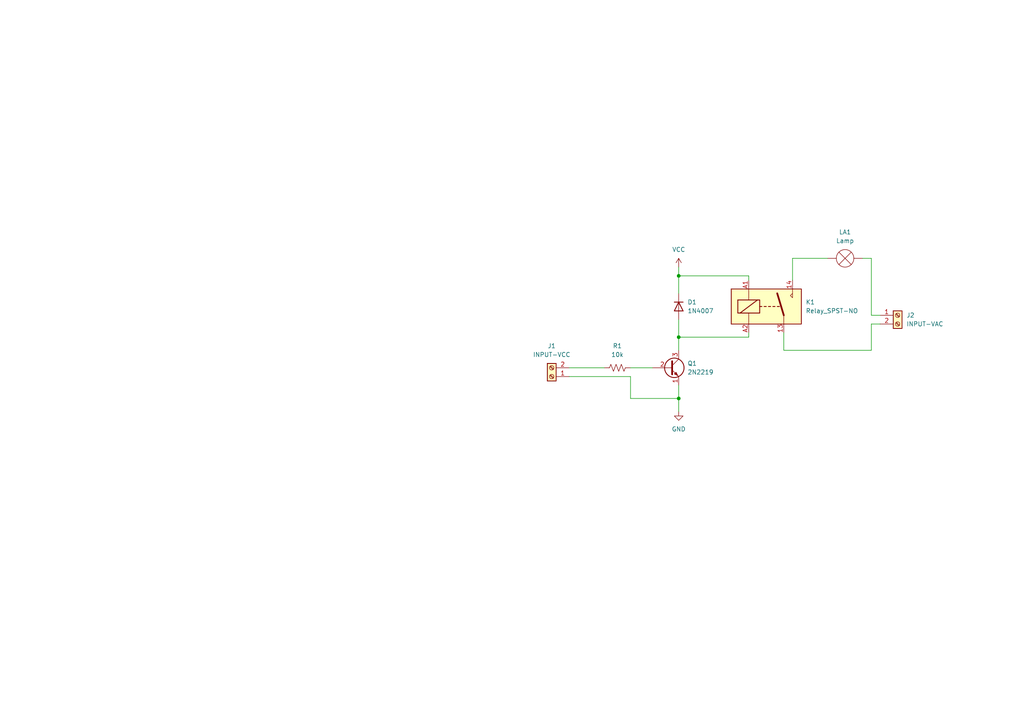
<source format=kicad_sch>
(kicad_sch (version 20231120) (generator "eeschema") (generator_version "8.0")
  (paper "A4")
  (lib_symbols
    (symbol "Connector:Screw_Terminal_01x02" (pin_names (offset 1.016) hide)
      (property "Reference" "J" (at 0 2.54 0))
      (property "Value" "Screw_Terminal_01x02" (at 0 -5.08 0))
      (symbol "Screw_Terminal_01x02_1_1"
        (rectangle (start -1.27 1.27) (end 1.27 -3.81) (stroke (width 0.254)) (fill (type background)))
        (circle (center 0 -2.54) (radius 0.635) (stroke (width 0.1524)))
        (polyline (pts (xy -0.5334 -2.2098) (xy 0.3302 -3.048)) (stroke (width 0.1524)))
        (polyline (pts (xy -0.5334 0.3302) (xy 0.3302 -0.508)) (stroke (width 0.1524)))
        (polyline (pts (xy -0.3556 -2.032) (xy 0.508 -2.8702)) (stroke (width 0.1524)))
        (polyline (pts (xy -0.3556 0.508) (xy 0.508 -0.3302)) (stroke (width 0.1524)))
        (circle (center 0 0) (radius 0.635) (stroke (width 0.1524)))
        (pin passive line (at -5.08 0 0) (length 3.81) (name "Pin_1") (number "1"))
        (pin passive line (at -5.08 -2.54 0) (length 3.81) (name "Pin_2") (number "2"))
      )
    )
    (symbol "Device:Lamp" (pin_numbers hide) (pin_names (offset 0.0254) hide)
      (property "Reference" "LA" (at 0.635 3.81 0))
      (property "Value" "Lamp" (at 0.635 -3.81 0))
      (symbol "Lamp_0_1"
        (polyline (pts (xy -1.778 1.778) (xy 1.778 -1.778)))
        (polyline (pts (xy 1.778 1.778) (xy -1.778 -1.778)))
        (circle (center 0 0) (radius 2.54))
      )
      (symbol "Lamp_1_1"
        (pin passive line (at 0 -5.08 90) (length 2.54) (name "-") (number "1"))
        (pin passive line (at 0 5.08 270) (length 2.54) (name "+") (number "2"))
      )
    )
    (symbol "Device:R_US" (pin_numbers hide) (pin_names (offset 0))
      (property "Reference" "R" (at 2.54 0 90))
      (property "Value" "R_US" (at -2.54 0 90))
      (symbol "R_US_0_1"
        (polyline (pts (xy 0 -2.286) (xy 0 -2.54)))
        (polyline (pts (xy 0 2.286) (xy 0 2.54)))
        (polyline (pts (xy 0 -0.762) (xy 1.016 -1.143) (xy 0 -1.524) (xy -1.016 -1.905) (xy 0 -2.286)))
        (polyline (pts (xy 0 0.762) (xy 1.016 0.381) (xy 0 0) (xy -1.016 -0.381) (xy 0 -0.762)))
        (polyline (pts (xy 0 2.286) (xy 1.016 1.905) (xy 0 1.524) (xy -1.016 1.143) (xy 0 0.762)))
      )
      (symbol "R_US_1_1"
        (pin passive line (at 0 3.81 270) (length 1.27) (name "~") (number "1"))
        (pin passive line (at 0 -3.81 90) (length 1.27) (name "~") (number "2"))
      )
    )
    (symbol "Diode:1N4007" (pin_numbers hide) (pin_names hide)
      (property "Reference" "D" (at 0 2.54 0))
      (property "Value" "1N4007" (at 0 -2.54 0))
      (symbol "1N4007_0_1"
        (polyline (pts (xy -1.27 1.27) (xy -1.27 -1.27)) (stroke (width 0.254)))
        (polyline (pts (xy 1.27 0) (xy -1.27 0)))
        (polyline (pts (xy 1.27 1.27) (xy 1.27 -1.27) (xy -1.27 0) (xy 1.27 1.27)) (stroke (width 0.254)))
      )
      (symbol "1N4007_1_1"
        (pin passive line (at -3.81 0 0) (length 2.54) (name "K") (number "1"))
        (pin passive line (at 3.81 0 180) (length 2.54) (name "A") (number "2"))
      )
    )
    (symbol "Relay:Relay_SPST-NO"
      (property "Reference" "K" (at 11.43 3.81 0))
      (property "Value" "Relay_SPST-NO" (at 11.43 1.27 0))
      (symbol "Relay_SPST-NO_0_0"
        (polyline (pts (xy 7.62 5.08) (xy 7.62 2.54) (xy 6.985 3.175) (xy 7.62 3.81)))
      )
      (symbol "Relay_SPST-NO_0_1"
        (rectangle (start -10.16 5.08) (end 10.16 -5.08) (stroke (width 0.254)) (fill (type background)))
        (rectangle (start -8.255 1.905) (end -1.905 -1.905) (stroke (width 0.254)))
        (polyline (pts (xy -7.62 -1.905) (xy -2.54 1.905)) (stroke (width 0.254)))
        (polyline (pts (xy -5.08 -5.08) (xy -5.08 -1.905)))
        (polyline (pts (xy -5.08 5.08) (xy -5.08 1.905)))
        (polyline (pts (xy -1.905 0) (xy -1.27 0)) (stroke (width 0.254)))
        (polyline (pts (xy -0.635 0) (xy 0 0)) (stroke (width 0.254)))
        (polyline (pts (xy 0.635 0) (xy 1.27 0)) (stroke (width 0.254)))
        (polyline (pts (xy 1.905 0) (xy 2.54 0)) (stroke (width 0.254)))
        (polyline (pts (xy 3.175 0) (xy 3.81 0)) (stroke (width 0.254)))
        (polyline (pts (xy 5.08 -2.54) (xy 3.175 3.81)) (stroke (width 0.508)))
        (polyline (pts (xy 5.08 -2.54) (xy 5.08 -5.08)))
      )
      (symbol "Relay_SPST-NO_1_1"
        (pin passive line (at 5.08 -7.62 90) (length 2.54) (name "~") (number "13"))
        (pin passive line (at 7.62 7.62 270) (length 2.54) (name "~") (number "14"))
        (pin passive line (at -5.08 7.62 270) (length 2.54) (name "~") (number "A1"))
        (pin passive line (at -5.08 -7.62 90) (length 2.54) (name "~") (number "A2"))
      )
    )
    (symbol "Transistor_BJT:2N2219" (pin_names (offset 0) hide)
      (property "Reference" "Q" (at 5.08 1.905 0))
      (property "Value" "2N2219" (at 5.08 0 0))
      (symbol "2N2219_0_1"
        (polyline (pts (xy 0.635 0.635) (xy 2.54 2.54)))
        (polyline (pts (xy 0.635 -0.635) (xy 2.54 -2.54) (xy 2.54 -2.54)))
        (polyline (pts (xy 0.635 1.905) (xy 0.635 -1.905) (xy 0.635 -1.905)) (stroke (width 0.508)))
        (polyline (pts (xy 1.27 -1.778) (xy 1.778 -1.27) (xy 2.286 -2.286) (xy 1.27 -1.778) (xy 1.27 -1.778)) (fill (type outline)))
        (circle (center 1.27 0) (radius 2.8194) (stroke (width 0.254)))
      )
      (symbol "2N2219_1_1"
        (pin passive line (at 2.54 -5.08 90) (length 2.54) (name "E") (number "1"))
        (pin passive line (at -5.08 0 0) (length 5.715) (name "B") (number "2"))
        (pin passive line (at 2.54 5.08 270) (length 2.54) (name "C") (number "3"))
      )
    )
    (symbol "power:GND" (power) (pin_numbers hide) (pin_names (offset 0) hide)
      (property "Value" "GND" (at 0 -3.81 0))
      (symbol "GND_0_1"
        (polyline (pts (xy 0 0) (xy 0 -1.27) (xy 1.27 -1.27) (xy 0 -2.54) (xy -1.27 -1.27) (xy 0 -1.27)))
      )
      (symbol "GND_1_1"
        (pin power_in line (at 0 0 270) (length 0) (name "~") (number "1"))
      )
    )
    (symbol "power:VCC" (power) (pin_numbers hide) (pin_names (offset 0) hide)
      (property "Value" "VCC" (at 0 3.556 0))
      (symbol "VCC_0_1"
        (polyline (pts (xy -0.762 1.27) (xy 0 2.54)))
        (polyline (pts (xy 0 0) (xy 0 2.54)))
        (polyline (pts (xy 0 2.54) (xy 0.762 1.27)))
      )
      (symbol "VCC_1_1"
        (pin power_in line (at 0 0 90) (length 0) (name "~") (number "1"))
      )
    )
  )
  (junction (at 196.85 115.57))
  (junction (at 196.85 80.01))
  (junction (at 196.85 97.79))
  (wire (pts (xy 217.17 81.28) (xy 217.17 80.01)))
  (wire (pts (xy 182.88 106.68) (xy 189.23 106.68)))
  (wire (pts (xy 255.27 93.98) (xy 252.73 93.98)))
  (wire (pts (xy 196.85 115.57) (xy 196.85 119.38)))
  (wire (pts (xy 165.1 106.68) (xy 175.26 106.68)))
  (wire (pts (xy 252.73 93.98) (xy 252.73 101.6)))
  (wire (pts (xy 252.73 74.93) (xy 250.19 74.93)))
  (wire (pts (xy 217.17 97.79) (xy 196.85 97.79)))
  (wire (pts (xy 196.85 97.79) (xy 196.85 101.6)))
  (wire (pts (xy 196.85 77.47) (xy 196.85 80.01)))
  (wire (pts (xy 165.1 109.22) (xy 182.88 109.22)))
  (wire (pts (xy 255.27 91.44) (xy 252.73 91.44)))
  (wire (pts (xy 252.73 91.44) (xy 252.73 74.93)))
  (wire (pts (xy 217.17 80.01) (xy 196.85 80.01)))
  (wire (pts (xy 196.85 111.76) (xy 196.85 115.57)))
  (wire (pts (xy 229.87 74.93) (xy 229.87 81.28)))
  (wire (pts (xy 196.85 80.01) (xy 196.85 85.09)))
  (wire (pts (xy 252.73 101.6) (xy 227.33 101.6)))
  (wire (pts (xy 182.88 109.22) (xy 182.88 115.57)))
  (wire (pts (xy 182.88 115.57) (xy 196.85 115.57)))
  (wire (pts (xy 217.17 97.79) (xy 217.17 96.52)))
  (wire (pts (xy 196.85 92.71) (xy 196.85 97.79)))
  (wire (pts (xy 240.03 74.93) (xy 229.87 74.93)))
  (wire (pts (xy 227.33 101.6) (xy 227.33 96.52)))
  (symbol (lib_id "Connector:Screw_Terminal_01x02") (at 260.35 91.44 0) (unit 1)
    (property "Reference" "J2" (at 262.89 91.4399 0) (effects (justify left)))
    (property "Value" "INPUT-VAC" (at 262.89 93.9799 0) (effects (justify left)))
    (property "Description" "Generic screw terminal, single row, 01x02, script generated (kicad-library-utils/schlib/autogen/connector/)" (effects (hide yes)))
  )
  (symbol (lib_id "power:GND") (at 196.85 119.38 0) (unit 1)
    (property "Reference" "#PWR02" (effects (hide yes)))
    (property "Value" "GND" (at 196.85 124.46 0))
    (property "Description" "Power symbol creates a global label with name \"GND\" , ground" (effects (hide yes)))
  )
  (symbol (lib_id "Device:R_US") (at 179.07 106.68 90) (unit 1)
    (property "Reference" "R1" (at 179.07 100.33 90))
    (property "Value" "10k" (at 179.07 102.87 90))
    (property "Description" "Resistor, US symbol" (effects (hide yes)))
  )
  (symbol (lib_id "Device:Lamp") (at 245.11 74.93 90) (unit 1)
    (property "Reference" "LA1" (at 245.11 67.31 90))
    (property "Value" "Lamp" (at 245.11 69.85 90))
    (property "Description" "Lamp" (effects (hide yes)))
  )
  (symbol (lib_id "Relay:Relay_SPST-NO") (at 222.25 88.9 0) (unit 1)
    (property "Reference" "K1" (at 233.68 87.6299 0) (effects (justify left)))
    (property "Value" "Relay_SPST-NO" (at 233.68 90.1699 0) (effects (justify left)))
    (property "Description" "Relay SPST, Normally Open, EN50005" (effects (hide yes)))
  )
  (symbol (lib_id "Connector:Screw_Terminal_01x02") (at 160.02 109.22 180) (unit 1)
    (property "Reference" "J1" (at 160.02 100.33 0))
    (property "Value" "INPUT-VCC" (at 160.02 102.87 0))
    (property "Description" "Generic screw terminal, single row, 01x02, script generated (kicad-library-utils/schlib/autogen/connector/)" (effects (hide yes)))
  )
  (symbol (lib_id "Diode:1N4007") (at 196.85 88.9 270) (unit 1)
    (property "Reference" "D1" (at 199.39 87.6299 90) (effects (justify left)))
    (property "Value" "1N4007" (at 199.39 90.1699 90) (effects (justify left)))
    (property "Footprint" "Diode_THT:D_DO-41_SOD81_P10.16mm_Horizontal" (effects (hide yes)))
    (property "Datasheet" "http://www.vishay.com/docs/88503/1n4001.pdf" (effects (hide yes)))
    (property "Description" "1000V 1A General Purpose Rectifier Diode, DO-41" (effects (hide yes)))
    (property "Sim.Device" "D" (effects (hide yes)))
    (property "Sim.Pins" "1=K 2=A" (effects (hide yes)))
  )
  (symbol (lib_id "Transistor_BJT:2N2219") (at 194.31 106.68 0) (unit 1)
    (property "Reference" "Q1" (at 199.39 105.4099 0) (effects (justify left)))
    (property "Value" "2N2219" (at 199.39 107.9499 0) (effects (justify left)))
    (property "Footprint" "Package_TO_SOT_THT:TO-39-3" (effects (hide yes)))
    (property "Datasheet" "http://www.onsemi.com/pub_link/Collateral/2N2219-D.PDF" (effects (hide yes)))
    (property "Description" "800mA Ic, 50V Vce, NPN Transistor, TO-39" (effects (hide yes)))
  )
  (symbol (lib_id "power:VCC") (at 196.85 77.47 0) (unit 1)
    (property "Reference" "#PWR01" (effects (hide yes)))
    (property "Value" "VCC" (at 196.85 72.39 0))
    (property "Description" "Power symbol creates a global label with name \"VCC\"" (effects (hide yes)))
  )
)
</source>
